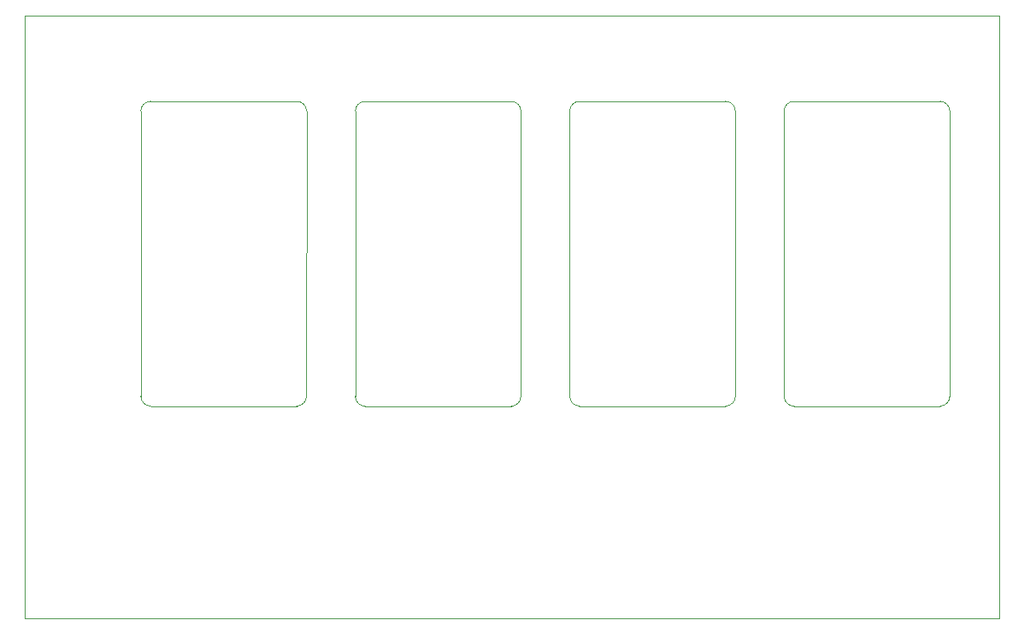
<source format=gbr>
%TF.GenerationSoftware,KiCad,Pcbnew,7.0.7*%
%TF.CreationDate,2024-06-20T17:34:36-04:00*%
%TF.ProjectId,Thruster_Control_Card,54687275-7374-4657-925f-436f6e74726f,rev?*%
%TF.SameCoordinates,Original*%
%TF.FileFunction,Profile,NP*%
%FSLAX46Y46*%
G04 Gerber Fmt 4.6, Leading zero omitted, Abs format (unit mm)*
G04 Created by KiCad (PCBNEW 7.0.7) date 2024-06-20 17:34:36*
%MOMM*%
%LPD*%
G01*
G04 APERTURE LIST*
%TA.AperFunction,Profile*%
%ADD10C,0.100000*%
%TD*%
G04 APERTURE END LIST*
D10*
X179003500Y-58807107D02*
G75*
G03*
X177996446Y-57800000I-1007100J7D01*
G01*
X201007107Y-58814214D02*
X201000000Y-88100000D01*
X200000000Y-89100000D02*
G75*
G03*
X201000000Y-88100000I0J1000000D01*
G01*
X227999975Y-58807107D02*
X228007107Y-88092893D01*
X245007100Y-58807107D02*
G75*
G03*
X244000000Y-57800000I-1007100J7D01*
G01*
X205999975Y-58807107D02*
X206007107Y-88092893D01*
X244000000Y-89092900D02*
G75*
G03*
X245000000Y-88092893I0J1000000D01*
G01*
X201007093Y-58814214D02*
G75*
G03*
X200000000Y-57807107I-1007093J14D01*
G01*
X184007100Y-88100000D02*
G75*
G03*
X185007107Y-89100000I1000000J0D01*
G01*
X150100000Y-49000000D02*
X250100000Y-49000000D01*
X250100000Y-110900000D01*
X150100000Y-110900000D01*
X150100000Y-49000000D01*
X229000000Y-57800000D02*
G75*
G03*
X227999975Y-58807107I7100J-1007100D01*
G01*
X229000000Y-57800000D02*
X244000000Y-57800000D01*
X161996421Y-58807107D02*
X162003553Y-88092893D01*
X185000000Y-57807107D02*
X200000000Y-57807107D01*
X185000000Y-57807100D02*
G75*
G03*
X183999975Y-58814214I7100J-1007100D01*
G01*
X162003607Y-88092893D02*
G75*
G03*
X163003553Y-89092893I999993J-7D01*
G01*
X207000000Y-57800000D02*
X222000000Y-57800000D01*
X185007107Y-89100000D02*
X200000000Y-89100000D01*
X179003553Y-58807107D02*
X178996446Y-88092893D01*
X223007100Y-58807107D02*
G75*
G03*
X222000000Y-57800000I-1007100J7D01*
G01*
X162996446Y-57799946D02*
G75*
G03*
X161996421Y-58807107I7154J-1007154D01*
G01*
X207007107Y-89092893D02*
X222000000Y-89092893D01*
X162996446Y-57800000D02*
X177996446Y-57800000D01*
X229007107Y-89092893D02*
X244000000Y-89092893D01*
X207000000Y-57800000D02*
G75*
G03*
X205999975Y-58807107I7100J-1007100D01*
G01*
X223007107Y-58807107D02*
X223000000Y-88092893D01*
X163003553Y-89092893D02*
X177996446Y-89092893D01*
X206007107Y-88092893D02*
G75*
G03*
X207007107Y-89092893I999993J-7D01*
G01*
X222000000Y-89092900D02*
G75*
G03*
X223000000Y-88092893I0J1000000D01*
G01*
X228007107Y-88092893D02*
G75*
G03*
X229007107Y-89092893I999993J-7D01*
G01*
X177996446Y-89092946D02*
G75*
G03*
X178996446Y-88092893I-46J1000046D01*
G01*
X245007107Y-58807107D02*
X245000000Y-88092893D01*
X183999975Y-58814214D02*
X184007107Y-88100000D01*
M02*

</source>
